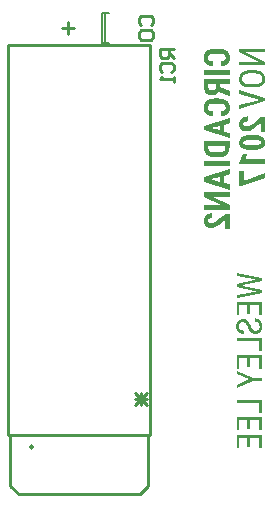
<source format=gbo>
G04 Layer_Color=32896*
%FSLAX25Y25*%
%MOIN*%
G70*
G01*
G75*
%ADD19C,0.01000*%
%ADD25C,0.00787*%
G36*
X82452Y163053D02*
X82737Y163023D01*
X83003Y162974D01*
X83249Y162925D01*
X83485Y162866D01*
X83692Y162797D01*
X83888Y162728D01*
X84056Y162659D01*
X84213Y162591D01*
X84351Y162512D01*
X84459Y162453D01*
X84557Y162394D01*
X84626Y162345D01*
X84685Y162305D01*
X84715Y162285D01*
X84725Y162276D01*
X84882Y162128D01*
X85020Y161971D01*
X85148Y161803D01*
X85246Y161636D01*
X85335Y161459D01*
X85413Y161282D01*
X85473Y161115D01*
X85512Y160957D01*
X85551Y160800D01*
X85581Y160652D01*
X85600Y160524D01*
X85620Y160416D01*
Y160327D01*
X85630Y160258D01*
Y160209D01*
Y160199D01*
X85620Y159953D01*
X85591Y159717D01*
X85541Y159501D01*
X85482Y159294D01*
X85413Y159107D01*
X85335Y158940D01*
X85246Y158782D01*
X85158Y158645D01*
X85079Y158517D01*
X84990Y158408D01*
X84912Y158320D01*
X84843Y158241D01*
X84784Y158182D01*
X84734Y158133D01*
X84705Y158113D01*
X84695Y158104D01*
X84508Y157976D01*
X84311Y157858D01*
X84105Y157759D01*
X83878Y157671D01*
X83662Y157602D01*
X83436Y157543D01*
X83219Y157484D01*
X83003Y157444D01*
X82806Y157415D01*
X82619Y157395D01*
X82452Y157375D01*
X82304Y157366D01*
X82186Y157356D01*
X80474D01*
X80159Y157366D01*
X79864Y157395D01*
X79598Y157434D01*
X79342Y157484D01*
X79106Y157543D01*
X78890Y157612D01*
X78693Y157680D01*
X78516Y157749D01*
X78358Y157818D01*
X78220Y157887D01*
X78102Y157946D01*
X78004Y158005D01*
X77935Y158054D01*
X77876Y158094D01*
X77846Y158113D01*
X77837Y158123D01*
X77669Y158271D01*
X77532Y158428D01*
X77404Y158596D01*
X77305Y158763D01*
X77217Y158940D01*
X77138Y159117D01*
X77079Y159284D01*
X77030Y159452D01*
X76990Y159609D01*
X76961Y159757D01*
X76941Y159885D01*
X76921Y159993D01*
Y160091D01*
X76912Y160160D01*
Y160199D01*
Y160219D01*
X76921Y160465D01*
X76951Y160691D01*
X77000Y160908D01*
X77059Y161115D01*
X77138Y161302D01*
X77217Y161469D01*
X77305Y161626D01*
X77394Y161764D01*
X77492Y161892D01*
X77581Y162000D01*
X77659Y162099D01*
X77728Y162177D01*
X77797Y162236D01*
X77846Y162276D01*
X77876Y162305D01*
X77886Y162315D01*
X78073Y162443D01*
X78280Y162561D01*
X78486Y162659D01*
X78703Y162748D01*
X78929Y162817D01*
X79145Y162876D01*
X79362Y162925D01*
X79578Y162964D01*
X79775Y163004D01*
X79952Y163023D01*
X80120Y163043D01*
X80267Y163053D01*
X80375D01*
X80464Y163063D01*
X82147D01*
X82452Y163053D01*
D02*
G37*
G36*
X85512Y153744D02*
Y152810D01*
X77030Y150172D01*
Y151343D01*
X83878Y153282D01*
X77030Y155210D01*
Y156381D01*
X85512Y153744D01*
D02*
G37*
G36*
X70493Y170266D02*
X70798Y170246D01*
X71074Y170207D01*
X71339Y170158D01*
X71575Y170098D01*
X71802Y170030D01*
X71999Y169961D01*
X72185Y169892D01*
X72343Y169823D01*
X72481Y169754D01*
X72599Y169685D01*
X72697Y169626D01*
X72776Y169577D01*
X72825Y169538D01*
X72864Y169518D01*
X72874Y169508D01*
X73041Y169360D01*
X73189Y169193D01*
X73307Y169016D01*
X73415Y168839D01*
X73514Y168652D01*
X73593Y168475D01*
X73652Y168288D01*
X73701Y168121D01*
X73740Y167953D01*
X73770Y167796D01*
X73789Y167658D01*
X73799Y167540D01*
X73809Y167442D01*
X73819Y167363D01*
Y167324D01*
Y167304D01*
X73809Y167058D01*
X73789Y166822D01*
X73750Y166605D01*
X73701Y166399D01*
X73642Y166212D01*
X73583Y166034D01*
X73514Y165877D01*
X73445Y165729D01*
X73376Y165611D01*
X73307Y165493D01*
X73248Y165405D01*
X73189Y165326D01*
X73140Y165267D01*
X73101Y165228D01*
X73081Y165198D01*
X73071Y165188D01*
X72923Y165050D01*
X72766Y164933D01*
X72589Y164834D01*
X72412Y164736D01*
X72235Y164657D01*
X72048Y164598D01*
X71871Y164539D01*
X71693Y164490D01*
X71526Y164450D01*
X71369Y164421D01*
X71231Y164401D01*
X71113Y164381D01*
X71014Y164372D01*
X70936Y164362D01*
X70877D01*
Y166084D01*
X71034Y166094D01*
X71172Y166103D01*
X71310Y166123D01*
X71428Y166143D01*
X71536Y166163D01*
X71634Y166182D01*
X71723Y166212D01*
X71792Y166241D01*
X71861Y166261D01*
X71920Y166290D01*
X71999Y166330D01*
X72048Y166359D01*
X72067Y166369D01*
X72126Y166418D01*
X72176Y166487D01*
X72254Y166625D01*
X72313Y166773D01*
X72353Y166930D01*
X72372Y167078D01*
X72382Y167196D01*
X72392Y167235D01*
Y167274D01*
Y167294D01*
Y167304D01*
X72382Y167432D01*
X72372Y167540D01*
X72323Y167747D01*
X72245Y167914D01*
X72156Y168052D01*
X72077Y168150D01*
X71999Y168219D01*
X71949Y168268D01*
X71930Y168278D01*
X71831Y168327D01*
X71723Y168367D01*
X71595Y168406D01*
X71457Y168436D01*
X71172Y168485D01*
X70877Y168514D01*
X70739Y168534D01*
X70611D01*
X70493Y168544D01*
X70395Y168554D01*
X68594D01*
X68397Y168544D01*
X68210Y168534D01*
X68043Y168524D01*
X67885Y168504D01*
X67738Y168485D01*
X67610Y168455D01*
X67492Y168426D01*
X67383Y168406D01*
X67295Y168377D01*
X67216Y168347D01*
X67157Y168327D01*
X67098Y168308D01*
X67059Y168288D01*
X67029Y168268D01*
X67019Y168258D01*
X67010D01*
X66921Y168199D01*
X66852Y168131D01*
X66783Y168062D01*
X66734Y167983D01*
X66645Y167825D01*
X66587Y167668D01*
X66557Y167520D01*
X66537Y167393D01*
X66527Y167353D01*
Y167314D01*
Y167294D01*
Y167284D01*
Y167166D01*
X66537Y167048D01*
X66577Y166851D01*
X66636Y166694D01*
X66695Y166566D01*
X66764Y166467D01*
X66813Y166399D01*
X66852Y166359D01*
X66872Y166349D01*
X66941Y166300D01*
X67019Y166261D01*
X67206Y166202D01*
X67413Y166153D01*
X67620Y166113D01*
X67807Y166094D01*
X67895Y166084D01*
X67964D01*
X68023Y166074D01*
X68112D01*
Y164352D01*
X67846Y164381D01*
X67600Y164411D01*
X67374Y164460D01*
X67157Y164519D01*
X66951Y164588D01*
X66773Y164657D01*
X66606Y164726D01*
X66459Y164804D01*
X66321Y164873D01*
X66213Y164942D01*
X66114Y165011D01*
X66035Y165060D01*
X65967Y165110D01*
X65927Y165149D01*
X65898Y165169D01*
X65888Y165179D01*
X65750Y165316D01*
X65632Y165474D01*
X65524Y165641D01*
X65435Y165808D01*
X65356Y165985D01*
X65288Y166163D01*
X65238Y166330D01*
X65199Y166497D01*
X65170Y166664D01*
X65140Y166812D01*
X65120Y166940D01*
X65110Y167058D01*
X65101Y167147D01*
Y167225D01*
Y167265D01*
Y167284D01*
X65110Y167540D01*
X65140Y167786D01*
X65189Y168012D01*
X65248Y168219D01*
X65317Y168416D01*
X65406Y168603D01*
X65484Y168760D01*
X65573Y168918D01*
X65671Y169046D01*
X65750Y169164D01*
X65829Y169262D01*
X65908Y169341D01*
X65967Y169410D01*
X66016Y169449D01*
X66045Y169478D01*
X66055Y169488D01*
X66242Y169626D01*
X66439Y169744D01*
X66655Y169852D01*
X66872Y169941D01*
X67098Y170020D01*
X67325Y170079D01*
X67541Y170138D01*
X67757Y170177D01*
X67964Y170207D01*
X68151Y170236D01*
X68318Y170256D01*
X68466Y170266D01*
X68584D01*
X68673Y170276D01*
X70178D01*
X70493Y170266D01*
D02*
G37*
G36*
X78398Y126128D02*
X85512Y128824D01*
Y127082D01*
X77984Y124396D01*
X77030D01*
Y129532D01*
X78398D01*
Y126128D01*
D02*
G37*
G36*
X85512Y169203D02*
X78978D01*
X85512Y165798D01*
Y164726D01*
X77030D01*
Y165789D01*
X83603D01*
X77030Y169203D01*
Y170276D01*
X85512D01*
Y169203D01*
D02*
G37*
G36*
X73701Y120731D02*
X68141D01*
X73701Y118222D01*
Y116510D01*
X65219D01*
Y118222D01*
X70788D01*
X65219Y120731D01*
Y122443D01*
X73701D01*
Y120731D01*
D02*
G37*
G36*
Y161518D02*
X65219D01*
Y163230D01*
X73701D01*
Y161518D01*
D02*
G37*
G36*
Y145400D02*
X71969Y144947D01*
Y142615D01*
X73701Y142163D01*
Y140332D01*
X65219Y142999D01*
Y144564D01*
X73701Y147221D01*
Y145400D01*
D02*
G37*
G36*
Y131004D02*
X65219D01*
Y132716D01*
X73701D01*
Y131004D01*
D02*
G37*
G36*
Y137341D02*
X73691Y137056D01*
X73662Y136790D01*
X73612Y136544D01*
X73553Y136308D01*
X73484Y136091D01*
X73406Y135885D01*
X73317Y135708D01*
X73229Y135540D01*
X73140Y135393D01*
X73051Y135265D01*
X72973Y135157D01*
X72904Y135068D01*
X72845Y134999D01*
X72795Y134950D01*
X72766Y134921D01*
X72756Y134911D01*
X72569Y134753D01*
X72372Y134615D01*
X72156Y134497D01*
X71939Y134399D01*
X71723Y134310D01*
X71507Y134241D01*
X71290Y134183D01*
X71083Y134133D01*
X70887Y134104D01*
X70710Y134074D01*
X70542Y134055D01*
X70404Y134035D01*
X70286D01*
X70198Y134025D01*
X68751D01*
X68446Y134035D01*
X68171Y134064D01*
X67905Y134114D01*
X67649Y134173D01*
X67423Y134241D01*
X67206Y134320D01*
X67019Y134399D01*
X66842Y134487D01*
X66685Y134566D01*
X66547Y134645D01*
X66429Y134724D01*
X66341Y134793D01*
X66262Y134852D01*
X66203Y134891D01*
X66173Y134921D01*
X66163Y134930D01*
X65996Y135098D01*
X65848Y135284D01*
X65721Y135471D01*
X65612Y135668D01*
X65524Y135865D01*
X65445Y136062D01*
X65386Y136259D01*
X65337Y136436D01*
X65298Y136613D01*
X65268Y136770D01*
X65248Y136918D01*
X65229Y137046D01*
Y137144D01*
X65219Y137223D01*
Y137272D01*
Y137292D01*
Y139535D01*
X73701D01*
Y137341D01*
D02*
G37*
G36*
Y128308D02*
X71969Y127855D01*
Y125523D01*
X73701Y125071D01*
Y123240D01*
X65219Y125907D01*
Y127472D01*
X73701Y130128D01*
Y128308D01*
D02*
G37*
G36*
Y158359D02*
X70601D01*
Y157513D01*
X73701Y156234D01*
Y154394D01*
X73622D01*
X70149Y155880D01*
X70011Y155663D01*
X69853Y155476D01*
X69686Y155309D01*
X69499Y155171D01*
X69302Y155053D01*
X69105Y154945D01*
X68909Y154866D01*
X68712Y154807D01*
X68535Y154748D01*
X68358Y154719D01*
X68200Y154689D01*
X68063Y154669D01*
X67944Y154659D01*
X67856Y154650D01*
X67787D01*
X67561Y154659D01*
X67354Y154679D01*
X67157Y154719D01*
X66970Y154758D01*
X66803Y154817D01*
X66645Y154876D01*
X66508Y154935D01*
X66380Y155004D01*
X66262Y155073D01*
X66163Y155132D01*
X66085Y155191D01*
X66016Y155250D01*
X65957Y155289D01*
X65917Y155329D01*
X65898Y155348D01*
X65888Y155358D01*
X65770Y155496D01*
X65671Y155643D01*
X65573Y155801D01*
X65504Y155958D01*
X65435Y156126D01*
X65386Y156293D01*
X65298Y156618D01*
X65278Y156765D01*
X65258Y156903D01*
X65238Y157021D01*
X65229Y157129D01*
X65219Y157218D01*
Y157287D01*
Y157326D01*
Y157346D01*
Y160072D01*
X73701D01*
Y158359D01*
D02*
G37*
G36*
X70493Y153616D02*
X70798Y153597D01*
X71074Y153557D01*
X71339Y153508D01*
X71575Y153449D01*
X71802Y153380D01*
X71999Y153311D01*
X72185Y153243D01*
X72343Y153174D01*
X72481Y153105D01*
X72599Y153036D01*
X72697Y152977D01*
X72776Y152928D01*
X72825Y152888D01*
X72864Y152869D01*
X72874Y152859D01*
X73041Y152711D01*
X73189Y152544D01*
X73307Y152367D01*
X73415Y152190D01*
X73514Y152003D01*
X73593Y151826D01*
X73652Y151639D01*
X73701Y151471D01*
X73740Y151304D01*
X73770Y151147D01*
X73789Y151009D01*
X73799Y150891D01*
X73809Y150792D01*
X73819Y150714D01*
Y150674D01*
Y150655D01*
X73809Y150409D01*
X73789Y150172D01*
X73750Y149956D01*
X73701Y149749D01*
X73642Y149562D01*
X73583Y149385D01*
X73514Y149228D01*
X73445Y149080D01*
X73376Y148962D01*
X73307Y148844D01*
X73248Y148756D01*
X73189Y148677D01*
X73140Y148618D01*
X73101Y148578D01*
X73081Y148549D01*
X73071Y148539D01*
X72923Y148401D01*
X72766Y148283D01*
X72589Y148185D01*
X72412Y148086D01*
X72235Y148008D01*
X72048Y147949D01*
X71871Y147890D01*
X71693Y147840D01*
X71526Y147801D01*
X71369Y147772D01*
X71231Y147752D01*
X71113Y147732D01*
X71014Y147722D01*
X70936Y147713D01*
X70877D01*
Y149434D01*
X71034Y149444D01*
X71172Y149454D01*
X71310Y149474D01*
X71428Y149494D01*
X71536Y149513D01*
X71634Y149533D01*
X71723Y149562D01*
X71792Y149592D01*
X71861Y149612D01*
X71920Y149641D01*
X71999Y149680D01*
X72048Y149710D01*
X72067Y149720D01*
X72126Y149769D01*
X72176Y149838D01*
X72254Y149976D01*
X72313Y150123D01*
X72353Y150281D01*
X72372Y150428D01*
X72382Y150546D01*
X72392Y150586D01*
Y150625D01*
Y150645D01*
Y150655D01*
X72382Y150783D01*
X72372Y150891D01*
X72323Y151097D01*
X72245Y151265D01*
X72156Y151402D01*
X72077Y151501D01*
X71999Y151570D01*
X71949Y151619D01*
X71930Y151629D01*
X71831Y151678D01*
X71723Y151717D01*
X71595Y151757D01*
X71457Y151786D01*
X71172Y151835D01*
X70877Y151865D01*
X70739Y151885D01*
X70611D01*
X70493Y151894D01*
X70395Y151904D01*
X68594D01*
X68397Y151894D01*
X68210Y151885D01*
X68043Y151875D01*
X67885Y151855D01*
X67738Y151835D01*
X67610Y151806D01*
X67492Y151776D01*
X67383Y151757D01*
X67295Y151727D01*
X67216Y151698D01*
X67157Y151678D01*
X67098Y151658D01*
X67059Y151639D01*
X67029Y151619D01*
X67019Y151609D01*
X67010D01*
X66921Y151550D01*
X66852Y151481D01*
X66783Y151412D01*
X66734Y151334D01*
X66645Y151176D01*
X66587Y151019D01*
X66557Y150871D01*
X66537Y150743D01*
X66527Y150704D01*
Y150664D01*
Y150645D01*
Y150635D01*
Y150517D01*
X66537Y150399D01*
X66577Y150202D01*
X66636Y150045D01*
X66695Y149917D01*
X66764Y149818D01*
X66813Y149749D01*
X66852Y149710D01*
X66872Y149700D01*
X66941Y149651D01*
X67019Y149612D01*
X67206Y149553D01*
X67413Y149503D01*
X67620Y149464D01*
X67807Y149444D01*
X67895Y149434D01*
X67964D01*
X68023Y149425D01*
X68112D01*
Y147703D01*
X67846Y147732D01*
X67600Y147762D01*
X67374Y147811D01*
X67157Y147870D01*
X66951Y147939D01*
X66773Y148008D01*
X66606Y148076D01*
X66459Y148155D01*
X66321Y148224D01*
X66213Y148293D01*
X66114Y148362D01*
X66035Y148411D01*
X65967Y148460D01*
X65927Y148500D01*
X65898Y148519D01*
X65888Y148529D01*
X65750Y148667D01*
X65632Y148824D01*
X65524Y148992D01*
X65435Y149159D01*
X65356Y149336D01*
X65288Y149513D01*
X65238Y149680D01*
X65199Y149848D01*
X65170Y150015D01*
X65140Y150163D01*
X65120Y150291D01*
X65110Y150409D01*
X65101Y150497D01*
Y150576D01*
Y150615D01*
Y150635D01*
X65110Y150891D01*
X65140Y151137D01*
X65189Y151363D01*
X65248Y151570D01*
X65317Y151767D01*
X65406Y151953D01*
X65484Y152111D01*
X65573Y152268D01*
X65671Y152396D01*
X65750Y152514D01*
X65829Y152613D01*
X65908Y152691D01*
X65967Y152760D01*
X66016Y152800D01*
X66045Y152829D01*
X66055Y152839D01*
X66242Y152977D01*
X66439Y153095D01*
X66655Y153203D01*
X66872Y153292D01*
X67098Y153370D01*
X67325Y153429D01*
X67541Y153489D01*
X67757Y153528D01*
X67964Y153557D01*
X68151Y153587D01*
X68318Y153607D01*
X68466Y153616D01*
X68584D01*
X68673Y153626D01*
X70178D01*
X70493Y153616D01*
D02*
G37*
G36*
X84528Y69367D02*
X83613D01*
Y72703D01*
X76046D01*
Y73775D01*
X84528D01*
Y69367D01*
D02*
G37*
G36*
Y63542D02*
X83613D01*
Y67035D01*
X80611D01*
Y64034D01*
X79696D01*
Y67035D01*
X76961D01*
Y63601D01*
X76046D01*
Y68107D01*
X84528D01*
Y63542D01*
D02*
G37*
G36*
X81369Y60511D02*
X84528D01*
Y59438D01*
X81369D01*
X76046Y57028D01*
Y58238D01*
X80306Y59970D01*
X76046Y61711D01*
Y62922D01*
X81369Y60511D01*
D02*
G37*
G36*
X84528Y93790D02*
Y92826D01*
X78348Y91359D01*
X77846Y91271D01*
X78348Y91182D01*
X84528Y89765D01*
Y88801D01*
X76046Y87118D01*
Y88181D01*
X81851Y89214D01*
X82835Y89342D01*
X81969Y89509D01*
X76046Y90828D01*
Y91714D01*
X81969Y93072D01*
X82806Y93249D01*
X81861Y93357D01*
X76046Y94410D01*
Y95472D01*
X84528Y93790D01*
D02*
G37*
G36*
Y81322D02*
X83613D01*
Y84816D01*
X80611D01*
Y81814D01*
X79696D01*
Y84816D01*
X76961D01*
Y81382D01*
X76046D01*
Y85888D01*
X84528D01*
Y81322D01*
D02*
G37*
G36*
X82353Y80358D02*
X82609Y80319D01*
X82835Y80270D01*
X83032Y80201D01*
X83121Y80171D01*
X83199Y80132D01*
X83268Y80102D01*
X83317Y80083D01*
X83367Y80053D01*
X83396Y80043D01*
X83416Y80024D01*
X83425D01*
X83632Y79876D01*
X83809Y79719D01*
X83967Y79551D01*
X84095Y79394D01*
X84193Y79256D01*
X84272Y79138D01*
X84301Y79099D01*
X84311Y79069D01*
X84331Y79049D01*
Y79040D01*
X84439Y78803D01*
X84508Y78557D01*
X84567Y78331D01*
X84606Y78115D01*
X84616Y78026D01*
X84626Y77938D01*
X84636Y77859D01*
Y77800D01*
X84646Y77741D01*
Y77701D01*
Y77682D01*
Y77672D01*
X84636Y77465D01*
X84616Y77259D01*
X84587Y77072D01*
X84547Y76904D01*
X84498Y76737D01*
X84449Y76590D01*
X84390Y76452D01*
X84331Y76334D01*
X84282Y76216D01*
X84223Y76127D01*
X84173Y76038D01*
X84124Y75970D01*
X84085Y75920D01*
X84055Y75881D01*
X84036Y75861D01*
X84026Y75852D01*
X83908Y75733D01*
X83780Y75625D01*
X83642Y75537D01*
X83504Y75458D01*
X83367Y75389D01*
X83229Y75340D01*
X83101Y75291D01*
X82973Y75261D01*
X82855Y75232D01*
X82737Y75212D01*
X82638Y75192D01*
X82550Y75182D01*
X82481Y75173D01*
X82383D01*
X82205Y75182D01*
X82028Y75192D01*
X81871Y75222D01*
X81723Y75261D01*
X81576Y75300D01*
X81448Y75340D01*
X81330Y75389D01*
X81221Y75438D01*
X81123Y75497D01*
X81044Y75546D01*
X80966Y75586D01*
X80906Y75625D01*
X80857Y75665D01*
X80828Y75694D01*
X80808Y75704D01*
X80798Y75714D01*
X80690Y75822D01*
X80582Y75950D01*
X80474Y76078D01*
X80385Y76225D01*
X80208Y76521D01*
X80060Y76816D01*
X79991Y76954D01*
X79942Y77082D01*
X79893Y77200D01*
X79844Y77298D01*
X79814Y77386D01*
X79795Y77446D01*
X79775Y77495D01*
Y77505D01*
X79716Y77652D01*
X79667Y77790D01*
X79549Y78026D01*
X79440Y78233D01*
X79342Y78400D01*
X79253Y78528D01*
X79185Y78626D01*
X79145Y78676D01*
X79125Y78695D01*
X78978Y78823D01*
X78830Y78922D01*
X78683Y78981D01*
X78545Y79030D01*
X78417Y79059D01*
X78319Y79069D01*
X78279Y79079D01*
X78230D01*
X77994Y79059D01*
X77787Y79020D01*
X77620Y78971D01*
X77472Y78902D01*
X77354Y78833D01*
X77276Y78784D01*
X77226Y78744D01*
X77207Y78725D01*
X77088Y78577D01*
X77000Y78420D01*
X76931Y78252D01*
X76892Y78085D01*
X76862Y77947D01*
X76852Y77829D01*
X76843Y77780D01*
Y77751D01*
Y77731D01*
Y77721D01*
Y77593D01*
X76862Y77475D01*
X76911Y77249D01*
X76980Y77072D01*
X77059Y76914D01*
X77138Y76796D01*
X77207Y76708D01*
X77256Y76658D01*
X77266Y76639D01*
X77276D01*
X77453Y76511D01*
X77649Y76412D01*
X77856Y76344D01*
X78043Y76304D01*
X78220Y76275D01*
X78299Y76265D01*
X78368D01*
X78417Y76255D01*
X78496D01*
Y75182D01*
X78240Y75192D01*
X77994Y75232D01*
X77777Y75281D01*
X77581Y75340D01*
X77423Y75399D01*
X77354Y75428D01*
X77295Y75448D01*
X77256Y75468D01*
X77226Y75487D01*
X77207Y75497D01*
X77197D01*
X76980Y75625D01*
X76793Y75773D01*
X76636Y75920D01*
X76508Y76058D01*
X76400Y76196D01*
X76321Y76294D01*
X76301Y76334D01*
X76282Y76363D01*
X76262Y76383D01*
Y76393D01*
X76154Y76619D01*
X76065Y76845D01*
X76006Y77072D01*
X75967Y77278D01*
X75947Y77455D01*
X75937Y77534D01*
X75927Y77593D01*
Y77652D01*
Y77692D01*
Y77711D01*
Y77721D01*
X75937Y77918D01*
X75957Y78115D01*
X75986Y78292D01*
X76026Y78459D01*
X76085Y78616D01*
X76134Y78764D01*
X76193Y78892D01*
X76252Y79020D01*
X76321Y79128D01*
X76380Y79217D01*
X76429Y79305D01*
X76478Y79364D01*
X76528Y79423D01*
X76557Y79463D01*
X76577Y79482D01*
X76587Y79492D01*
X76715Y79610D01*
X76843Y79709D01*
X76980Y79797D01*
X77118Y79876D01*
X77256Y79945D01*
X77394Y79994D01*
X77659Y80073D01*
X77787Y80102D01*
X77895Y80122D01*
X77994Y80142D01*
X78082Y80152D01*
X78151Y80161D01*
X78250D01*
X78456Y80152D01*
X78653Y80122D01*
X78830Y80083D01*
X78988Y80043D01*
X79106Y80004D01*
X79204Y79965D01*
X79263Y79935D01*
X79273Y79925D01*
X79283D01*
X79450Y79827D01*
X79598Y79719D01*
X79735Y79601D01*
X79854Y79482D01*
X79952Y79374D01*
X80031Y79295D01*
X80070Y79236D01*
X80090Y79227D01*
Y79217D01*
X80218Y79020D01*
X80336Y78794D01*
X80454Y78567D01*
X80552Y78351D01*
X80641Y78144D01*
X80670Y78066D01*
X80700Y77987D01*
X80729Y77928D01*
X80739Y77878D01*
X80759Y77849D01*
Y77839D01*
X80818Y77682D01*
X80877Y77524D01*
X80936Y77396D01*
X80995Y77268D01*
X81054Y77150D01*
X81103Y77052D01*
X81162Y76963D01*
X81202Y76885D01*
X81251Y76816D01*
X81290Y76757D01*
X81330Y76708D01*
X81359Y76668D01*
X81398Y76619D01*
X81418Y76599D01*
X81556Y76481D01*
X81713Y76402D01*
X81871Y76344D01*
X82028Y76294D01*
X82176Y76275D01*
X82284Y76265D01*
X82333Y76255D01*
X82392D01*
X82609Y76275D01*
X82806Y76314D01*
X82973Y76363D01*
X83121Y76432D01*
X83229Y76501D01*
X83307Y76550D01*
X83357Y76590D01*
X83376Y76609D01*
X83494Y76757D01*
X83583Y76924D01*
X83642Y77101D01*
X83681Y77268D01*
X83711Y77426D01*
X83721Y77495D01*
Y77554D01*
X83731Y77603D01*
Y77642D01*
Y77662D01*
Y77672D01*
X83721Y77810D01*
X83711Y77938D01*
X83662Y78184D01*
X83593Y78380D01*
X83514Y78557D01*
X83435Y78695D01*
X83367Y78794D01*
X83337Y78823D01*
X83317Y78853D01*
X83298Y78863D01*
Y78872D01*
X83209Y78951D01*
X83121Y79010D01*
X82924Y79118D01*
X82717Y79197D01*
X82520Y79246D01*
X82353Y79286D01*
X82274Y79295D01*
X82205D01*
X82156Y79305D01*
X82077D01*
Y80378D01*
X82353Y80358D01*
D02*
G37*
G36*
X84528Y48782D02*
X83613D01*
Y52117D01*
X76046D01*
Y53190D01*
X84528D01*
Y48782D01*
D02*
G37*
G36*
X79037Y133439D02*
X85512D01*
Y131786D01*
X77010D01*
Y131963D01*
X78279Y135062D01*
X79657D01*
X79037Y133439D01*
D02*
G37*
G36*
X67895Y113745D02*
X67659Y113735D01*
X67443Y113705D01*
X67265Y113666D01*
X67118Y113627D01*
X67000Y113587D01*
X66911Y113548D01*
X66862Y113519D01*
X66842Y113509D01*
X66714Y113410D01*
X66626Y113312D01*
X66557Y113204D01*
X66518Y113095D01*
X66488Y113007D01*
X66478Y112938D01*
X66468Y112889D01*
Y112869D01*
X66478Y112741D01*
X66518Y112623D01*
X66567Y112534D01*
X66626Y112456D01*
X66695Y112387D01*
X66744Y112347D01*
X66783Y112318D01*
X66793Y112308D01*
X66921Y112239D01*
X67069Y112190D01*
X67216Y112161D01*
X67354Y112131D01*
X67482Y112121D01*
X67590Y112111D01*
X67679D01*
X67836Y112121D01*
X67994Y112141D01*
X68141Y112180D01*
X68279Y112210D01*
X68397Y112249D01*
X68486Y112288D01*
X68545Y112308D01*
X68555Y112318D01*
X68564D01*
X68742Y112407D01*
X68919Y112505D01*
X69096Y112613D01*
X69263Y112721D01*
X69401Y112820D01*
X69519Y112899D01*
X69558Y112928D01*
X69588Y112948D01*
X69607Y112958D01*
X69617Y112967D01*
X72540Y115260D01*
X73701D01*
Y110261D01*
X72333D01*
Y113145D01*
X70778Y112052D01*
X70582Y111885D01*
X70395Y111737D01*
X70218Y111600D01*
X70040Y111472D01*
X69883Y111363D01*
X69735Y111255D01*
X69598Y111167D01*
X69470Y111088D01*
X69361Y111019D01*
X69253Y110960D01*
X69174Y110911D01*
X69096Y110872D01*
X69046Y110842D01*
X68997Y110822D01*
X68978Y110803D01*
X68968D01*
X68692Y110685D01*
X68427Y110596D01*
X68181Y110537D01*
X67964Y110488D01*
X67866Y110478D01*
X67777Y110468D01*
X67698Y110458D01*
X67639D01*
X67580Y110448D01*
X67511D01*
X67305Y110458D01*
X67108Y110478D01*
X66921Y110507D01*
X66744Y110547D01*
X66587Y110596D01*
X66439Y110645D01*
X66311Y110704D01*
X66193Y110763D01*
X66085Y110822D01*
X65986Y110881D01*
X65908Y110931D01*
X65848Y110980D01*
X65799Y111019D01*
X65760Y111049D01*
X65740Y111068D01*
X65730Y111078D01*
X65622Y111206D01*
X65524Y111334D01*
X65435Y111472D01*
X65366Y111619D01*
X65307Y111767D01*
X65258Y111915D01*
X65179Y112190D01*
X65150Y112328D01*
X65130Y112446D01*
X65120Y112554D01*
X65110Y112653D01*
X65101Y112731D01*
Y112790D01*
Y112830D01*
Y112839D01*
X65120Y113105D01*
X65160Y113361D01*
X65219Y113587D01*
X65278Y113784D01*
X65317Y113863D01*
X65347Y113942D01*
X65376Y114011D01*
X65406Y114060D01*
X65435Y114109D01*
X65445Y114138D01*
X65465Y114158D01*
Y114168D01*
X65612Y114374D01*
X65770Y114552D01*
X65937Y114709D01*
X66094Y114837D01*
X66242Y114935D01*
X66360Y115014D01*
X66409Y115044D01*
X66439Y115053D01*
X66459Y115073D01*
X66468D01*
X66714Y115181D01*
X66960Y115260D01*
X67206Y115319D01*
X67423Y115358D01*
X67521Y115368D01*
X67610Y115378D01*
X67698Y115388D01*
X67767D01*
X67817Y115398D01*
X67895D01*
Y113745D01*
D02*
G37*
G36*
X82442Y141448D02*
X82727Y141429D01*
X83003Y141389D01*
X83249Y141350D01*
X83485Y141301D01*
X83691Y141242D01*
X83888Y141183D01*
X84065Y141124D01*
X84213Y141065D01*
X84351Y141006D01*
X84459Y140947D01*
X84557Y140897D01*
X84626Y140858D01*
X84685Y140829D01*
X84715Y140809D01*
X84725Y140799D01*
X84882Y140671D01*
X85020Y140533D01*
X85148Y140396D01*
X85246Y140248D01*
X85335Y140091D01*
X85413Y139943D01*
X85473Y139795D01*
X85512Y139657D01*
X85551Y139520D01*
X85581Y139392D01*
X85600Y139284D01*
X85620Y139185D01*
Y139097D01*
X85630Y139038D01*
Y138998D01*
Y138988D01*
X85620Y138772D01*
X85591Y138575D01*
X85541Y138378D01*
X85482Y138201D01*
X85413Y138044D01*
X85335Y137896D01*
X85256Y137758D01*
X85167Y137630D01*
X85079Y137522D01*
X85000Y137434D01*
X84921Y137355D01*
X84853Y137286D01*
X84794Y137237D01*
X84744Y137198D01*
X84715Y137178D01*
X84705Y137168D01*
X84518Y137060D01*
X84321Y136961D01*
X84105Y136873D01*
X83888Y136794D01*
X83662Y136735D01*
X83446Y136686D01*
X83219Y136646D01*
X83003Y136607D01*
X82806Y136578D01*
X82619Y136558D01*
X82442Y136548D01*
X82294Y136538D01*
X82176Y136528D01*
X80464D01*
X80149Y136538D01*
X79864Y136558D01*
X79588Y136588D01*
X79332Y136637D01*
X79096Y136686D01*
X78880Y136735D01*
X78693Y136794D01*
X78516Y136853D01*
X78358Y136912D01*
X78220Y136971D01*
X78102Y137030D01*
X78004Y137080D01*
X77935Y137119D01*
X77876Y137148D01*
X77846Y137168D01*
X77837Y137178D01*
X77669Y137306D01*
X77532Y137434D01*
X77404Y137581D01*
X77305Y137729D01*
X77217Y137876D01*
X77138Y138034D01*
X77079Y138181D01*
X77030Y138319D01*
X76990Y138457D01*
X76961Y138585D01*
X76941Y138703D01*
X76921Y138802D01*
Y138880D01*
X76912Y138949D01*
Y138988D01*
Y138998D01*
X76921Y139215D01*
X76951Y139421D01*
X77000Y139608D01*
X77059Y139786D01*
X77128Y139953D01*
X77207Y140100D01*
X77296Y140238D01*
X77374Y140356D01*
X77463Y140464D01*
X77551Y140563D01*
X77630Y140642D01*
X77699Y140710D01*
X77758Y140760D01*
X77807Y140799D01*
X77837Y140819D01*
X77846Y140829D01*
X78034Y140937D01*
X78230Y141035D01*
X78437Y141124D01*
X78653Y141193D01*
X78880Y141252D01*
X79106Y141301D01*
X79322Y141350D01*
X79539Y141379D01*
X79736Y141409D01*
X79923Y141429D01*
X80100Y141439D01*
X80247Y141448D01*
X80366Y141458D01*
X82137D01*
X82442Y141448D01*
D02*
G37*
G36*
X84528Y42956D02*
X83613D01*
Y46450D01*
X80611D01*
Y43448D01*
X79696D01*
Y46450D01*
X76961D01*
Y43015D01*
X76046D01*
Y47522D01*
X84528D01*
Y42956D01*
D02*
G37*
G36*
Y37033D02*
X83613D01*
Y40526D01*
X80611D01*
Y37525D01*
X79696D01*
Y40526D01*
X76961D01*
Y37092D01*
X76046D01*
Y41598D01*
X84528D01*
Y37033D01*
D02*
G37*
G36*
X79706Y145985D02*
X79470Y145975D01*
X79254Y145945D01*
X79076Y145906D01*
X78929Y145867D01*
X78811Y145827D01*
X78722Y145788D01*
X78673Y145758D01*
X78653Y145748D01*
X78526Y145650D01*
X78437Y145552D01*
X78368Y145443D01*
X78329Y145335D01*
X78299Y145247D01*
X78289Y145178D01*
X78279Y145129D01*
Y145109D01*
X78289Y144981D01*
X78329Y144863D01*
X78378Y144774D01*
X78437Y144696D01*
X78506Y144627D01*
X78555Y144587D01*
X78594Y144558D01*
X78604Y144548D01*
X78732Y144479D01*
X78880Y144430D01*
X79027Y144400D01*
X79165Y144371D01*
X79293Y144361D01*
X79401Y144351D01*
X79490D01*
X79647Y144361D01*
X79805Y144381D01*
X79952Y144420D01*
X80090Y144450D01*
X80208Y144489D01*
X80297Y144528D01*
X80356Y144548D01*
X80366Y144558D01*
X80375D01*
X80553Y144646D01*
X80730Y144745D01*
X80907Y144853D01*
X81074Y144961D01*
X81212Y145060D01*
X81330Y145138D01*
X81369Y145168D01*
X81399Y145188D01*
X81418Y145197D01*
X81428Y145207D01*
X84351Y147500D01*
X85512D01*
Y142501D01*
X84144D01*
Y145384D01*
X82589Y144292D01*
X82393Y144125D01*
X82206Y143977D01*
X82029Y143840D01*
X81851Y143712D01*
X81694Y143603D01*
X81546Y143495D01*
X81409Y143407D01*
X81281Y143328D01*
X81172Y143259D01*
X81064Y143200D01*
X80985Y143151D01*
X80907Y143111D01*
X80857Y143082D01*
X80808Y143062D01*
X80789Y143043D01*
X80779D01*
X80503Y142924D01*
X80238Y142836D01*
X79992Y142777D01*
X79775Y142728D01*
X79677Y142718D01*
X79588Y142708D01*
X79510Y142698D01*
X79450D01*
X79391Y142688D01*
X79322D01*
X79116Y142698D01*
X78919Y142718D01*
X78732Y142747D01*
X78555Y142787D01*
X78398Y142836D01*
X78250Y142885D01*
X78122Y142944D01*
X78004Y143003D01*
X77896Y143062D01*
X77797Y143121D01*
X77719Y143170D01*
X77659Y143220D01*
X77610Y143259D01*
X77571Y143289D01*
X77551Y143308D01*
X77541Y143318D01*
X77433Y143446D01*
X77335Y143574D01*
X77246Y143712D01*
X77177Y143859D01*
X77118Y144007D01*
X77069Y144154D01*
X76990Y144430D01*
X76961Y144568D01*
X76941Y144686D01*
X76931Y144794D01*
X76921Y144892D01*
X76912Y144971D01*
Y145030D01*
Y145070D01*
Y145079D01*
X76931Y145345D01*
X76971Y145601D01*
X77030Y145827D01*
X77089Y146024D01*
X77128Y146103D01*
X77158Y146181D01*
X77187Y146250D01*
X77217Y146300D01*
X77246Y146349D01*
X77256Y146378D01*
X77276Y146398D01*
Y146408D01*
X77423Y146614D01*
X77581Y146792D01*
X77748Y146949D01*
X77905Y147077D01*
X78053Y147175D01*
X78171Y147254D01*
X78220Y147283D01*
X78250Y147293D01*
X78270Y147313D01*
X78279D01*
X78526Y147421D01*
X78772Y147500D01*
X79017Y147559D01*
X79234Y147598D01*
X79332Y147608D01*
X79421Y147618D01*
X79510Y147628D01*
X79578D01*
X79628Y147638D01*
X79706D01*
Y145985D01*
D02*
G37*
%LPC*%
G36*
X82147Y162000D02*
X80503D01*
X80267Y161990D01*
X80051Y161980D01*
X79844Y161961D01*
X79647Y161931D01*
X79470Y161892D01*
X79313Y161853D01*
X79165Y161813D01*
X79037Y161774D01*
X78919Y161734D01*
X78821Y161695D01*
X78742Y161656D01*
X78663Y161616D01*
X78614Y161587D01*
X78575Y161567D01*
X78555Y161548D01*
X78545D01*
X78427Y161459D01*
X78329Y161361D01*
X78230Y161252D01*
X78161Y161144D01*
X78092Y161036D01*
X78043Y160928D01*
X77955Y160711D01*
X77915Y160524D01*
X77896Y160436D01*
X77886Y160367D01*
X77876Y160298D01*
Y160258D01*
Y160229D01*
Y160219D01*
X77886Y160052D01*
X77905Y159894D01*
X77935Y159757D01*
X77974Y159619D01*
X78034Y159501D01*
X78083Y159393D01*
X78142Y159294D01*
X78201Y159206D01*
X78270Y159127D01*
X78329Y159058D01*
X78378Y158999D01*
X78427Y158950D01*
X78476Y158920D01*
X78506Y158891D01*
X78526Y158871D01*
X78535D01*
X78663Y158792D01*
X78811Y158723D01*
X78968Y158664D01*
X79126Y158615D01*
X79460Y158537D01*
X79785Y158487D01*
X79933Y158468D01*
X80070Y158448D01*
X80198Y158438D01*
X80316D01*
X80405Y158428D01*
X82127D01*
X82363Y158438D01*
X82579Y158458D01*
X82786Y158477D01*
X82973Y158507D01*
X83150Y158546D01*
X83308Y158576D01*
X83455Y158625D01*
X83573Y158664D01*
X83692Y158704D01*
X83790Y158743D01*
X83869Y158782D01*
X83938Y158812D01*
X83987Y158842D01*
X84026Y158861D01*
X84046Y158871D01*
X84056Y158881D01*
X84164Y158969D01*
X84262Y159058D01*
X84341Y159156D01*
X84410Y159265D01*
X84469Y159373D01*
X84528Y159491D01*
X84597Y159707D01*
X84646Y159904D01*
X84656Y159983D01*
X84666Y160062D01*
X84676Y160121D01*
Y160170D01*
Y160199D01*
Y160209D01*
X84666Y160377D01*
X84646Y160524D01*
X84616Y160662D01*
X84567Y160800D01*
X84518Y160918D01*
X84459Y161026D01*
X84400Y161124D01*
X84331Y161223D01*
X84272Y161302D01*
X84213Y161370D01*
X84154Y161429D01*
X84105Y161469D01*
X84056Y161508D01*
X84026Y161538D01*
X84006Y161548D01*
X83996Y161557D01*
X83859Y161636D01*
X83721Y161705D01*
X83396Y161813D01*
X83072Y161892D01*
X82757Y161941D01*
X82599Y161961D01*
X82462Y161980D01*
X82343Y161990D01*
X82235D01*
X82147Y162000D01*
D02*
G37*
G36*
X70542Y144573D02*
X67521Y143786D01*
X70542Y142989D01*
Y144573D01*
D02*
G37*
G36*
X72274Y137823D02*
X66645D01*
Y137203D01*
X66655Y137056D01*
X66675Y136928D01*
X66705Y136800D01*
X66734Y136692D01*
X66773Y136583D01*
X66813Y136495D01*
X66911Y136337D01*
X67000Y136219D01*
X67069Y136141D01*
X67128Y136091D01*
X67137Y136072D01*
X67147D01*
X67246Y136013D01*
X67354Y135963D01*
X67472Y135914D01*
X67600Y135875D01*
X67875Y135816D01*
X68151Y135776D01*
X68279Y135767D01*
X68397Y135757D01*
X68505Y135747D01*
X68604Y135737D01*
X70267D01*
X70464Y135747D01*
X70650Y135757D01*
X70828Y135776D01*
X70975Y135806D01*
X71123Y135836D01*
X71251Y135865D01*
X71369Y135895D01*
X71467Y135934D01*
X71556Y135963D01*
X71625Y135993D01*
X71693Y136032D01*
X71743Y136052D01*
X71782Y136082D01*
X71811Y136091D01*
X71821Y136111D01*
X71831D01*
X71910Y136180D01*
X71979Y136259D01*
X72087Y136446D01*
X72166Y136643D01*
X72215Y136839D01*
X72254Y137026D01*
X72264Y137105D01*
Y137174D01*
X72274Y137233D01*
Y137272D01*
Y137302D01*
Y137312D01*
Y137823D01*
D02*
G37*
G36*
X70542Y127481D02*
X67521Y126694D01*
X70542Y125897D01*
Y127481D01*
D02*
G37*
G36*
X69174Y158359D02*
X66645D01*
Y157356D01*
X66655Y157178D01*
X66705Y157031D01*
X66764Y156893D01*
X66842Y156785D01*
X66941Y156687D01*
X67049Y156608D01*
X67167Y156539D01*
X67285Y156490D01*
X67403Y156441D01*
X67521Y156411D01*
X67629Y156391D01*
X67728Y156381D01*
X67807Y156372D01*
X67866Y156362D01*
X67925D01*
X68131Y156372D01*
X68309Y156401D01*
X68466Y156441D01*
X68594Y156490D01*
X68702Y156539D01*
X68781Y156578D01*
X68820Y156608D01*
X68840Y156618D01*
X68948Y156726D01*
X69037Y156844D01*
X69096Y156972D01*
X69135Y157100D01*
X69155Y157208D01*
X69165Y157297D01*
X69174Y157366D01*
Y157375D01*
Y157385D01*
Y158359D01*
D02*
G37*
G36*
X82402Y139815D02*
X80120D01*
X79952Y139805D01*
X79795D01*
X79647Y139786D01*
X79510Y139776D01*
X79264Y139726D01*
X79057Y139677D01*
X78880Y139608D01*
X78732Y139540D01*
X78604Y139471D01*
X78506Y139392D01*
X78437Y139323D01*
X78378Y139244D01*
X78338Y139185D01*
X78309Y139126D01*
X78289Y139067D01*
X78279Y139028D01*
Y139008D01*
Y138998D01*
X78289Y138920D01*
X78299Y138851D01*
X78358Y138723D01*
X78437Y138614D01*
X78526Y138526D01*
X78624Y138467D01*
X78703Y138418D01*
X78762Y138388D01*
X78772Y138378D01*
X78781D01*
X78880Y138339D01*
X78988Y138310D01*
X79224Y138260D01*
X79480Y138231D01*
X79726Y138201D01*
X79834D01*
X79942Y138191D01*
X80041D01*
X80120Y138181D01*
X82540D01*
X82698Y138191D01*
X82855Y138201D01*
X82993Y138221D01*
X83121Y138231D01*
X83239Y138250D01*
X83347Y138270D01*
X83446Y138290D01*
X83524Y138310D01*
X83603Y138329D01*
X83662Y138339D01*
X83711Y138359D01*
X83750Y138368D01*
X83780Y138378D01*
X83790Y138388D01*
X83800D01*
X83878Y138427D01*
X83947Y138467D01*
X84065Y138565D01*
X84144Y138664D01*
X84203Y138762D01*
X84233Y138851D01*
X84252Y138920D01*
X84262Y138969D01*
Y138988D01*
X84252Y139067D01*
X84242Y139136D01*
X84184Y139264D01*
X84105Y139372D01*
X84016Y139461D01*
X83928Y139530D01*
X83849Y139579D01*
X83790Y139608D01*
X83780Y139618D01*
X83770D01*
X83672Y139648D01*
X83564Y139687D01*
X83318Y139736D01*
X83062Y139766D01*
X82816Y139786D01*
X82698Y139795D01*
X82589Y139805D01*
X82491D01*
X82402Y139815D01*
D02*
G37*
%LPD*%
D19*
X8232Y37482D02*
G03*
X8232Y37482I-500J0D01*
G01*
X46654Y24606D02*
Y41339D01*
X591Y24606D02*
Y41339D01*
X46654D01*
X16929Y21654D02*
X39370D01*
X43701D01*
X46654Y24606D01*
X3937Y21654D02*
X16929D01*
X591Y24606D02*
X3543Y21654D01*
X47102Y41419D02*
Y171340D01*
X-142D02*
X47102D01*
X-142Y41419D02*
Y171340D01*
Y41419D02*
X47102D01*
X17717Y177212D02*
X21715D01*
X19716Y179211D02*
Y175212D01*
X46191Y55409D02*
X42192Y51411D01*
X46191D02*
X42192Y55409D01*
X46191Y53410D02*
X42192D01*
X44191Y51411D02*
Y55409D01*
X44293Y177954D02*
X43505Y178741D01*
Y180315D01*
X44293Y181102D01*
X47441D01*
X48228Y180315D01*
Y178741D01*
X47441Y177954D01*
X43505Y174018D02*
Y175592D01*
X44293Y176380D01*
X47441D01*
X48228Y175592D01*
Y174018D01*
X47441Y173231D01*
X44293D01*
X43505Y174018D01*
X55118Y170276D02*
X50395D01*
Y167914D01*
X51182Y167127D01*
X52757D01*
X53544Y167914D01*
Y170276D01*
Y168701D02*
X55118Y167127D01*
X51182Y162404D02*
X50395Y163191D01*
Y164766D01*
X51182Y165553D01*
X54331D01*
X55118Y164766D01*
Y163191D01*
X54331Y162404D01*
X55118Y160830D02*
Y159256D01*
Y160043D01*
X50395D01*
X51182Y160830D01*
D25*
X32047Y172244D02*
Y182087D01*
X31299Y172244D02*
Y182087D01*
X33661D01*
X31299Y172244D02*
X33661D01*
M02*

</source>
